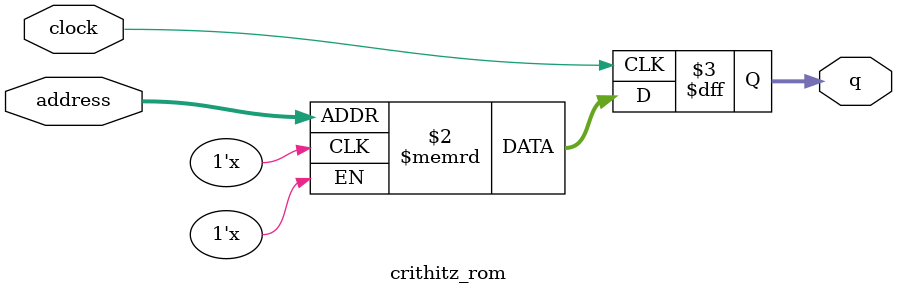
<source format=sv>
module crithitz_rom (
	input logic clock,
	input logic [10:0] address,
	output logic [1:0] q
);

logic [1:0] memory [0:1499] /* synthesis ram_init_file = "./crithitz/crithitz.mif" */;

always_ff @ (posedge clock) begin
	q <= memory[address];
end

endmodule

</source>
